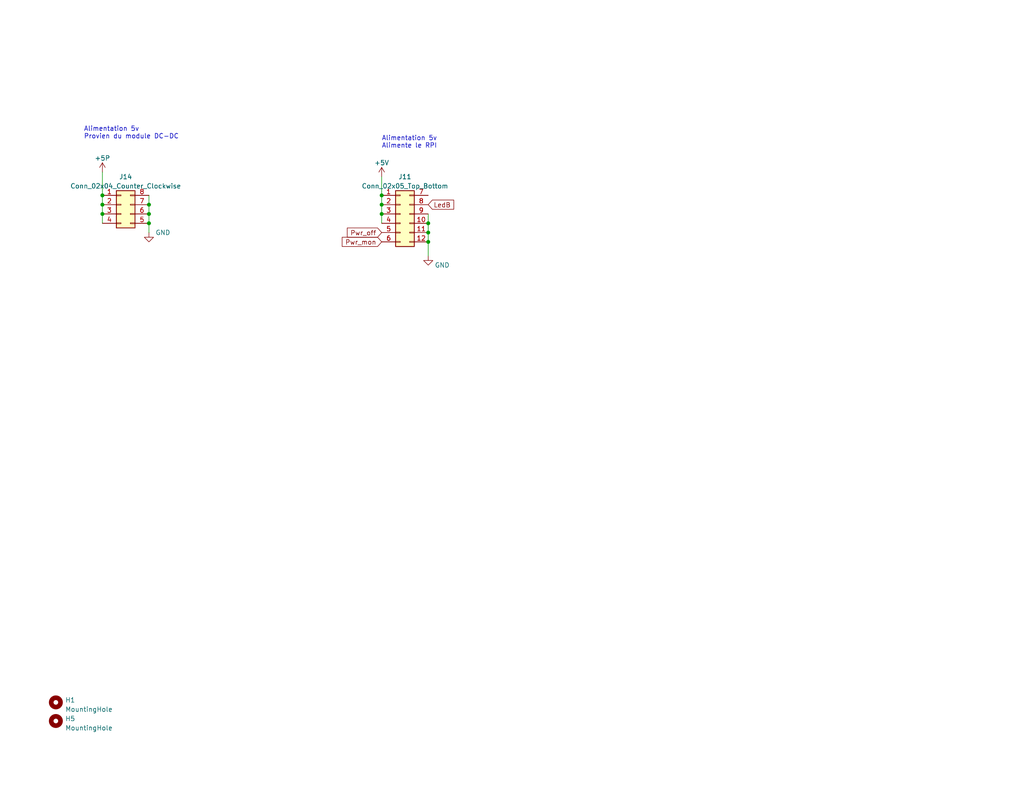
<source format=kicad_sch>
(kicad_sch (version 20230121) (generator eeschema)
  (paper "USLetter")
  (title_block (title "HydroB.") (date "2023-05-18") (rev "0.3") (company "Cidco"))
  (lib_symbols
    (symbol "Connector_Generic:Conn_02x04_Counter_Clockwise" (pin_names (offset 1.016) hide)
      (property "Reference" "J" (at 1.27 5.08 0))
      (property "Value" "Conn_02x04_Counter_Clockwise" (at 1.27 -7.62 0))
      (symbol "Conn_02x04_Counter_Clockwise_1_1"
        (rectangle (start -1.27 -4.953) (end 0 -5.207) (stroke (width 0.1524)))
        (rectangle (start -1.27 -2.413) (end 0 -2.667) (stroke (width 0.1524)))
        (rectangle (start -1.27 0.127) (end 0 -0.127) (stroke (width 0.1524)))
        (rectangle (start -1.27 2.667) (end 0 2.413) (stroke (width 0.1524)))
        (rectangle (start -1.27 3.81) (end 3.81 -6.35) (stroke (width 0.254)) (fill (type background)))
        (rectangle (start 3.81 -4.953) (end 2.54 -5.207) (stroke (width 0.1524)))
        (rectangle (start 3.81 -2.413) (end 2.54 -2.667) (stroke (width 0.1524)))
        (rectangle (start 3.81 0.127) (end 2.54 -0.127) (stroke (width 0.1524)))
        (rectangle (start 3.81 2.667) (end 2.54 2.413) (stroke (width 0.1524)))
        (pin passive line (at -5.08 2.54 0) (length 3.81) (name "Pin_1") (number "1"))
        (pin passive line (at -5.08 0 0) (length 3.81) (name "Pin_2") (number "2"))
        (pin passive line (at -5.08 -2.54 0) (length 3.81) (name "Pin_3") (number "3"))
        (pin passive line (at -5.08 -5.08 0) (length 3.81) (name "Pin_4") (number "4"))
        (pin passive line (at 7.62 -5.08 180) (length 3.81) (name "Pin_5") (number "5"))
        (pin passive line (at 7.62 -2.54 180) (length 3.81) (name "Pin_6") (number "6"))
        (pin passive line (at 7.62 0 180) (length 3.81) (name "Pin_7") (number "7"))
        (pin passive line (at 7.62 2.54 180) (length 3.81) (name "Pin_8") (number "8"))
      )
    )
    (symbol "Connector_Generic:Conn_02x06_Top_Bottom" (pin_names (offset 1.016) hide)
      (property "Reference" "J" (at 1.27 7.62 0))
      (property "Value" "Conn_02x06_Top_Bottom" (at 1.27 -10.16 0))
      (symbol "Conn_02x06_Top_Bottom_1_1"
        (rectangle (start -1.27 -7.493) (end 0 -7.747) (stroke (width 0.1524)))
        (rectangle (start -1.27 -4.953) (end 0 -5.207) (stroke (width 0.1524)))
        (rectangle (start -1.27 -2.413) (end 0 -2.667) (stroke (width 0.1524)))
        (rectangle (start -1.27 0.127) (end 0 -0.127) (stroke (width 0.1524)))
        (rectangle (start -1.27 2.667) (end 0 2.413) (stroke (width 0.1524)))
        (rectangle (start -1.27 5.207) (end 0 4.953) (stroke (width 0.1524)))
        (rectangle (start -1.27 6.35) (end 3.81 -8.89) (stroke (width 0.254)) (fill (type background)))
        (rectangle (start 3.81 -7.493) (end 2.54 -7.747) (stroke (width 0.1524)))
        (rectangle (start 3.81 -4.953) (end 2.54 -5.207) (stroke (width 0.1524)))
        (rectangle (start 3.81 -2.413) (end 2.54 -2.667) (stroke (width 0.1524)))
        (rectangle (start 3.81 0.127) (end 2.54 -0.127) (stroke (width 0.1524)))
        (rectangle (start 3.81 2.667) (end 2.54 2.413) (stroke (width 0.1524)))
        (rectangle (start 3.81 5.207) (end 2.54 4.953) (stroke (width 0.1524)))
        (pin passive line (at -5.08 5.08 0) (length 3.81) (name "Pin_1") (number "1"))
        (pin passive line (at 7.62 -2.54 180) (length 3.81) (name "Pin_10") (number "10"))
        (pin passive line (at 7.62 -5.08 180) (length 3.81) (name "Pin_11") (number "11"))
        (pin passive line (at 7.62 -7.62 180) (length 3.81) (name "Pin_12") (number "12"))
        (pin passive line (at -5.08 2.54 0) (length 3.81) (name "Pin_2") (number "2"))
        (pin passive line (at -5.08 0 0) (length 3.81) (name "Pin_3") (number "3"))
        (pin passive line (at -5.08 -2.54 0) (length 3.81) (name "Pin_4") (number "4"))
        (pin passive line (at -5.08 -5.08 0) (length 3.81) (name "Pin_5") (number "5"))
        (pin passive line (at -5.08 -7.62 0) (length 3.81) (name "Pin_6") (number "6"))
        (pin passive line (at 7.62 5.08 180) (length 3.81) (name "Pin_7") (number "7"))
        (pin passive line (at 7.62 2.54 180) (length 3.81) (name "Pin_8") (number "8"))
        (pin passive line (at 7.62 0 180) (length 3.81) (name "Pin_9") (number "9"))
      )
    )
    (symbol "Mechanical:MountingHole" (pin_names (offset 1.016))
      (property "Reference" "H" (at 0 5.08 0))
      (property "Value" "MountingHole" (at 0 3.175 0))
      (symbol "MountingHole_0_1"
        (circle (center 0 0) (radius 1.27) (stroke (width 1.27)))
      )
    )
    (symbol "power:+5P" (power) (pin_names (offset 0))
      (property "Value" "+5P" (at 0 3.556 0))
      (symbol "+5P_0_1"
        (polyline (pts (xy -0.762 1.27) (xy 0 2.54)))
        (polyline (pts (xy 0 0) (xy 0 2.54)))
        (polyline (pts (xy 0 2.54) (xy 0.762 1.27)))
      )
      (symbol "+5P_1_1"
        (pin power_in line (at 0 0 90) (length 0) hide (name "+5P") (number "1"))
      )
    )
    (symbol "power:+5V" (power) (pin_names (offset 0))
      (property "Value" "+5V" (at 0 3.556 0))
      (symbol "+5V_0_1"
        (polyline (pts (xy -0.762 1.27) (xy 0 2.54)))
        (polyline (pts (xy 0 0) (xy 0 2.54)))
        (polyline (pts (xy 0 2.54) (xy 0.762 1.27)))
      )
      (symbol "+5V_1_1"
        (pin power_in line (at 0 0 90) (length 0) hide (name "+5V") (number "1"))
      )
    )
    (symbol "power:GND" (power) (pin_names (offset 0))
      (property "Value" "GND" (at 0 -3.81 0))
      (symbol "GND_0_1"
        (polyline (pts (xy 0 0) (xy 0 -1.27) (xy 1.27 -1.27) (xy 0 -2.54) (xy -1.27 -1.27) (xy 0 -1.27)))
      )
      (symbol "GND_1_1"
        (pin power_in line (at 0 0 270) (length 0) hide (name "GND") (number "1"))
      )
    )
  )
  (junction (at 116.84 60.96))
  (junction (at 116.84 63.5))
  (junction (at 40.64 60.96))
  (junction (at 27.94 58.42))
  (junction (at 27.94 55.88))
  (junction (at 40.64 55.88))
  (junction (at 104.14 55.88))
  (junction (at 40.64 58.42))
  (junction (at 104.14 58.42))
  (junction (at 104.14 53.34))
  (junction (at 116.84 66.04))
  (junction (at 27.94 53.34))
  (wire (pts (xy 116.84 63.5) (xy 116.84 66.04)))
  (wire (pts (xy 104.14 55.88) (xy 104.14 58.42)))
  (wire (pts (xy 27.94 58.42) (xy 27.94 60.96)))
  (wire (pts (xy 40.64 55.88) (xy 40.64 58.42)))
  (wire (pts (xy 116.84 60.96) (xy 116.84 63.5)))
  (wire (pts (xy 40.64 58.42) (xy 40.64 60.96)))
  (wire (pts (xy 116.84 66.04) (xy 116.84 69.85)))
  (wire (pts (xy 104.14 48.26) (xy 104.14 53.34)))
  (wire (pts (xy 27.94 46.99) (xy 27.94 53.34)))
  (wire (pts (xy 27.94 55.88) (xy 27.94 58.42)))
  (wire (pts (xy 116.84 58.42) (xy 116.84 60.96)))
  (wire (pts (xy 104.14 58.42) (xy 104.14 60.96)))
  (wire (pts (xy 27.94 53.34) (xy 27.94 55.88)))
  (wire (pts (xy 40.64 53.34) (xy 40.64 55.88)))
  (wire (pts (xy 104.14 53.34) (xy 104.14 55.88)))
  (wire (pts (xy 40.64 60.96) (xy 40.64 63.5)))
  (text "Alimentation 5v \nAlimente le RPI " (at 104.14 40.64 0) (effects (font (size 1.27 1.27)) (justify left bottom)))
  (text "Alimentation 5v\nProvien du module DC-DC" (at 22.86 38.1 0) (effects (font (size 1.27 1.27)) (justify left bottom)))
  (global_label "LedB" (shape input) (at 116.84 55.88 0) (property "Intersheetrefs" "${INTERSHEET_REFS}" (effects hide)))
  (global_label "Pwr_mon" (shape input) (at 104.14 66.04 180) (property "Intersheetrefs" "${INTERSHEET_REFS}" (effects hide)))
  (global_label "Pwr_off" (shape input) (at 104.14 63.5 180) (property "Intersheetrefs" "${INTERSHEET_REFS}" (effects hide)))
  (symbol (lib_id "Mechanical:MountingHole") (at 15.24 196.85 0) (unit 1)
    (property "Reference" "H5" (at 17.78 196.215 0) (effects (justify left)))
    (property "Value" "MountingHole" (at 17.78 198.755 0) (effects (justify left)))
    (property "Footprint" "MountingHole:MountingHole_2.7mm_M2.5_ISO7380_Pad" (effects hide))
  )
  (symbol (lib_id "Connector_Generic:Conn_02x04_Counter_Clockwise") (at 33.02 55.88 0) (unit 1)
    (property "Reference" "J14" (at 34.29 48.26 0))
    (property "Value" "Conn_02x04_Counter_Clockwise" (at 34.29 50.8 0))
    (property "Footprint" "Connector_PinHeader_2.54mm:PinHeader_2x04_P2.54mm_Vertical" (effects hide))
  )
  (symbol (lib_id "power:GND") (at 40.64 63.5 0) (unit 1)
    (property "Reference" "#PWR048" (effects hide))
    (property "Value" "GND" (at 44.45 63.5 0))
  )
  (symbol (lib_id "Connector_Generic:Conn_02x06_Top_Bottom") (at 109.22 58.42 0) (unit 1)
    (property "Reference" "J11" (at 110.49 48.26 0))
    (property "Value" "Conn_02x05_Top_Bottom" (at 110.49 50.8 0))
    (property "Footprint" "Connector_PinHeader_2.54mm:PinHeader_2x06_P2.54mm_Vertical" (effects hide))
  )
  (symbol (lib_id "Mechanical:MountingHole") (at 15.24 191.77 0) (unit 1)
    (property "Reference" "H1" (at 17.78 191.135 0) (effects (justify left)))
    (property "Value" "MountingHole" (at 17.78 193.675 0) (effects (justify left)))
    (property "Footprint" "MountingHole:MountingHole_2.7mm_M2.5_ISO7380_Pad" (effects hide))
  )
  (symbol (lib_id "power:GND") (at 116.84 69.85 0) (unit 1)
    (property "Reference" "#PWR018" (effects hide))
    (property "Value" "GND" (at 120.65 72.39 0))
  )
  (symbol (lib_id "power:+5P") (at 27.94 46.99 0) (unit 1)
    (property "Reference" "#PWR040" (effects hide))
    (property "Value" "+5P" (at 27.94 43.18 0))
  )
  (symbol (lib_id "power:+5V") (at 104.14 48.26 0) (mirror y) (unit 1)
    (property "Reference" "#PWR047" (effects hide))
    (property "Value" "+5V" (at 104.14 44.45 0))
  )
)
</source>
